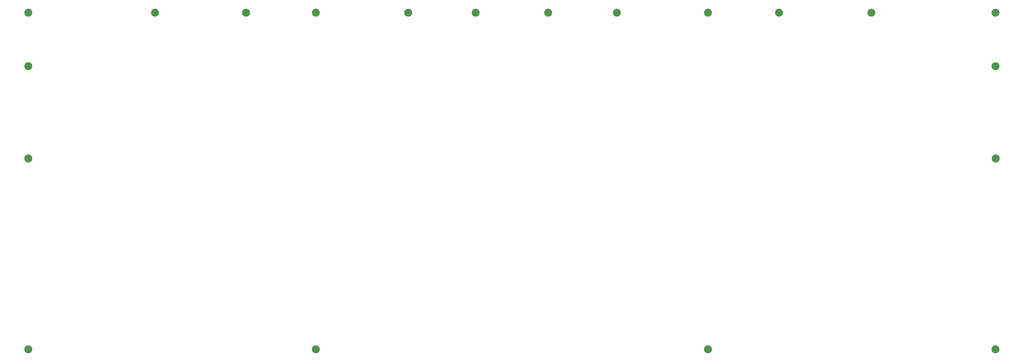
<source format=gbs>
%TF.GenerationSoftware,KiCad,Pcbnew,(6.0.0)*%
%TF.CreationDate,2022-03-06T13:22:51-05:00*%
%TF.ProjectId,custom_keyboard plate v3 - map,63757374-6f6d-45f6-9b65-79626f617264,rev?*%
%TF.SameCoordinates,Original*%
%TF.FileFunction,Soldermask,Bot*%
%TF.FilePolarity,Negative*%
%FSLAX46Y46*%
G04 Gerber Fmt 4.6, Leading zero omitted, Abs format (unit mm)*
G04 Created by KiCad (PCBNEW (6.0.0)) date 2022-03-06 13:22:51*
%MOMM*%
%LPD*%
G01*
G04 APERTURE LIST*
%ADD10C,3.200000*%
G04 APERTURE END LIST*
D10*
%TO.C,M3*%
X288755500Y-42163700D03*
%TD*%
%TO.C,M3*%
X168755500Y-42163700D03*
%TD*%
%TO.C,M3*%
X403981300Y-100600700D03*
%TD*%
%TO.C,M3*%
X16592700Y-42163700D03*
%TD*%
%TO.C,M3*%
X252255500Y-42163700D03*
%TD*%
%TO.C,M3*%
X16592700Y-100600700D03*
%TD*%
%TO.C,M3*%
X224755500Y-42163700D03*
%TD*%
%TO.C,M3*%
X131755500Y-177092700D03*
%TD*%
%TO.C,M3*%
X354255500Y-42163700D03*
%TD*%
%TO.C,M3*%
X403918300Y-42163700D03*
%TD*%
%TO.C,M3*%
X195755500Y-42163700D03*
%TD*%
%TO.C,M3*%
X16592700Y-63593600D03*
%TD*%
%TO.C,M3*%
X16592700Y-177092700D03*
%TD*%
%TO.C,M3*%
X403949800Y-63600700D03*
%TD*%
%TO.C,M3*%
X317255500Y-42163700D03*
%TD*%
%TO.C,M3*%
X103755500Y-42163700D03*
%TD*%
%TO.C,M3*%
X403918300Y-177092700D03*
%TD*%
%TO.C,M3*%
X131755500Y-42163700D03*
%TD*%
%TO.C,M3*%
X288755500Y-177092700D03*
%TD*%
%TO.C,M3*%
X67255500Y-42163700D03*
%TD*%
M02*

</source>
